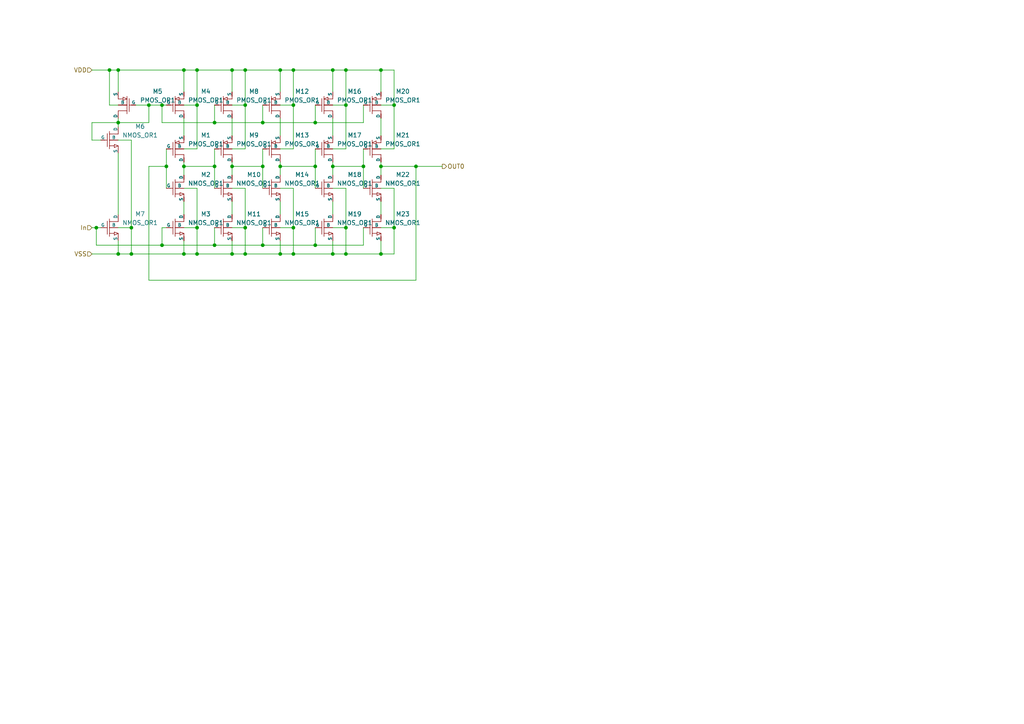
<source format=kicad_sch>
(kicad_sch (version 20230121) (generator eeschema)
  (paper "A4")
  (lib_symbols
    (symbol "OR1Symbols:NMOS_OR1" (pin_numbers hide) (pin_names (offset 0))
      (property "Reference" "M" (at 8.89 5.08 0))
      (property "Value" "NMOS_OR1" (at 8.89 2.54 0))
      (symbol "NMOS_OR1_0_1"
        (polyline (pts (xy 0 0) (xy 1.905 0)))
        (polyline (pts (xy 1.905 1.905) (xy 1.905 -1.905)))
        (polyline (pts (xy 2.54 -2.54) (xy 2.54 2.54)))
        (polyline (pts (xy 2.54 -1.651) (xy 3.937 -1.651)))
        (polyline (pts (xy 2.54 0) (xy 5.08 0)))
        (polyline (pts (xy 2.54 1.778) (xy 5.08 1.778)))
        (polyline (pts (xy 3.937 -2.159) (xy 3.937 -1.27)))
        (polyline (pts (xy 3.937 -1.27) (xy 5.08 -1.651)))
        (polyline (pts (xy 5.08 -1.651) (xy 3.937 -2.159)))
        (polyline (pts (xy 5.08 -1.651) (xy 5.08 -3.81)))
        (polyline (pts (xy 5.08 1.778) (xy 5.08 3.81)))
      )
      (symbol "NMOS_OR1_1_1"
        (pin passive line (at 5.08 3.81 270) (length 1.27) (name "D") (number "1"))
        (pin passive line (at 0 0 0) (length 1.27) (name "G") (number "2"))
        (pin passive line (at 5.08 -3.81 90) (length 1.27) (name "S") (number "3"))
        (pin passive line (at 5.08 0 180) (length 2.54) (name "B") (number "4"))
      )
    )
    (symbol "OR1Symbols:PMOS_OR1" (pin_numbers hide) (pin_names (offset 0))
      (property "Reference" "M" (at 8.89 5.08 0))
      (property "Value" "PMOS_OR1" (at 8.89 2.54 0))
      (symbol "PMOS_OR1_0_1"
        (polyline (pts (xy 0 0) (xy 1.905 0)))
        (polyline (pts (xy 1.905 1.905) (xy 1.905 -1.905)))
        (polyline (pts (xy 2.54 -2.54) (xy 2.54 2.54)))
        (polyline (pts (xy 2.54 -1.651) (xy 5.08 -1.651)))
        (polyline (pts (xy 2.54 0) (xy 5.08 0)))
        (polyline (pts (xy 2.54 1.778) (xy 3.683 2.286)))
        (polyline (pts (xy 3.683 1.397) (xy 2.54 1.778)))
        (polyline (pts (xy 3.683 1.397) (xy 3.683 2.286)))
        (polyline (pts (xy 3.683 1.778) (xy 5.08 1.778)))
        (polyline (pts (xy 5.08 -1.651) (xy 5.08 -3.81)))
        (polyline (pts (xy 5.08 1.778) (xy 5.08 3.81)))
      )
      (symbol "PMOS_OR1_1_1"
        (pin passive line (at 5.08 -3.81 90) (length 1.27) (name "D") (number "1"))
        (pin passive line (at 0 0 0) (length 1.27) (name "G") (number "2"))
        (pin passive line (at 5.08 3.81 270) (length 1.27) (name "S") (number "3"))
        (pin passive line (at 5.08 0 180) (length 2.54) (name "B") (number "4"))
      )
    )
  )
  (junction (at 81.28 20.32))
  (junction (at 100.33 66.04))
  (junction (at 110.49 20.32))
  (junction (at 67.31 48.26))
  (junction (at 71.12 20.32))
  (junction (at 46.99 30.48))
  (junction (at 91.44 48.26))
  (junction (at 31.75 20.32))
  (junction (at 91.44 35.56))
  (junction (at 110.49 73.66))
  (junction (at 34.29 20.32))
  (junction (at 76.2 71.12))
  (junction (at 100.33 20.32))
  (junction (at 62.23 48.26))
  (junction (at 105.41 48.26))
  (junction (at 71.12 66.04))
  (junction (at 57.15 20.32))
  (junction (at 76.2 48.26))
  (junction (at 71.12 73.66))
  (junction (at 48.26 48.26))
  (junction (at 100.33 30.48))
  (junction (at 57.15 30.48))
  (junction (at 67.31 20.32))
  (junction (at 38.1 73.66))
  (junction (at 85.09 20.32))
  (junction (at 81.28 48.26))
  (junction (at 34.29 35.56))
  (junction (at 91.44 71.12))
  (junction (at 27.94 66.04))
  (junction (at 81.28 73.66))
  (junction (at 57.15 73.66))
  (junction (at 62.23 71.12))
  (junction (at 46.99 71.12))
  (junction (at 53.34 20.32))
  (junction (at 43.18 30.48))
  (junction (at 110.49 48.26))
  (junction (at 53.34 48.26))
  (junction (at 57.15 66.04))
  (junction (at 85.09 30.48))
  (junction (at 85.09 66.04))
  (junction (at 120.65 48.26))
  (junction (at 96.52 73.66))
  (junction (at 76.2 35.56))
  (junction (at 62.23 35.56))
  (junction (at 38.1 66.04))
  (junction (at 96.52 48.26))
  (junction (at 71.12 30.48))
  (junction (at 67.31 73.66))
  (junction (at 100.33 73.66))
  (junction (at 114.3 66.04))
  (junction (at 53.34 73.66))
  (junction (at 114.3 30.48))
  (junction (at 96.52 20.32))
  (junction (at 85.09 73.66))
  (junction (at 34.29 73.66))
  (wire (pts (xy 76.2 35.56) (xy 76.2 30.48)))
  (wire (pts (xy 43.18 30.48) (xy 46.99 30.48)))
  (wire (pts (xy 91.44 48.26) (xy 91.44 54.61)))
  (wire (pts (xy 46.99 35.56) (xy 62.23 35.56)))
  (wire (pts (xy 57.15 43.18) (xy 57.15 30.48)))
  (wire (pts (xy 67.31 20.32) (xy 71.12 20.32)))
  (wire (pts (xy 100.33 43.18) (xy 100.33 30.48)))
  (wire (pts (xy 53.34 58.42) (xy 53.34 62.23)))
  (wire (pts (xy 76.2 48.26) (xy 76.2 54.61)))
  (wire (pts (xy 110.49 54.61) (xy 114.3 54.61)))
  (wire (pts (xy 34.29 66.04) (xy 38.1 66.04)))
  (wire (pts (xy 67.31 66.04) (xy 71.12 66.04)))
  (wire (pts (xy 114.3 43.18) (xy 114.3 30.48)))
  (wire (pts (xy 46.99 71.12) (xy 62.23 71.12)))
  (wire (pts (xy 34.29 69.85) (xy 34.29 73.66)))
  (wire (pts (xy 53.34 30.48) (xy 57.15 30.48)))
  (wire (pts (xy 67.31 54.61) (xy 71.12 54.61)))
  (wire (pts (xy 110.49 58.42) (xy 110.49 62.23)))
  (wire (pts (xy 53.34 69.85) (xy 53.34 73.66)))
  (wire (pts (xy 76.2 71.12) (xy 91.44 71.12)))
  (wire (pts (xy 71.12 66.04) (xy 71.12 73.66)))
  (wire (pts (xy 43.18 35.56) (xy 34.29 35.56)))
  (wire (pts (xy 67.31 43.18) (xy 71.12 43.18)))
  (wire (pts (xy 34.29 40.64) (xy 38.1 40.64)))
  (wire (pts (xy 114.3 73.66) (xy 110.49 73.66)))
  (wire (pts (xy 85.09 66.04) (xy 85.09 73.66)))
  (wire (pts (xy 85.09 54.61) (xy 85.09 66.04)))
  (wire (pts (xy 91.44 71.12) (xy 105.41 71.12)))
  (wire (pts (xy 62.23 71.12) (xy 62.23 66.04)))
  (wire (pts (xy 38.1 66.04) (xy 38.1 73.66)))
  (wire (pts (xy 100.33 20.32) (xy 110.49 20.32)))
  (wire (pts (xy 57.15 73.66) (xy 53.34 73.66)))
  (wire (pts (xy 110.49 48.26) (xy 110.49 50.8)))
  (wire (pts (xy 34.29 73.66) (xy 38.1 73.66)))
  (wire (pts (xy 105.41 71.12) (xy 105.41 66.04)))
  (wire (pts (xy 34.29 35.56) (xy 34.29 36.83)))
  (wire (pts (xy 31.75 20.32) (xy 31.75 30.48)))
  (wire (pts (xy 34.29 34.29) (xy 34.29 35.56)))
  (wire (pts (xy 96.52 34.29) (xy 96.52 39.37)))
  (wire (pts (xy 48.26 43.18) (xy 48.26 48.26)))
  (wire (pts (xy 71.12 20.32) (xy 81.28 20.32)))
  (wire (pts (xy 96.52 69.85) (xy 96.52 73.66)))
  (wire (pts (xy 57.15 73.66) (xy 67.31 73.66)))
  (wire (pts (xy 43.18 81.28) (xy 43.18 48.26)))
  (wire (pts (xy 34.29 20.32) (xy 53.34 20.32)))
  (wire (pts (xy 105.41 48.26) (xy 105.41 54.61)))
  (wire (pts (xy 53.34 48.26) (xy 53.34 50.8)))
  (wire (pts (xy 81.28 66.04) (xy 85.09 66.04)))
  (wire (pts (xy 43.18 30.48) (xy 43.18 35.56)))
  (wire (pts (xy 96.52 58.42) (xy 96.52 62.23)))
  (wire (pts (xy 110.49 34.29) (xy 110.49 39.37)))
  (wire (pts (xy 85.09 73.66) (xy 96.52 73.66)))
  (wire (pts (xy 96.52 66.04) (xy 100.33 66.04)))
  (wire (pts (xy 110.49 20.32) (xy 114.3 20.32)))
  (wire (pts (xy 96.52 46.99) (xy 96.52 48.26)))
  (wire (pts (xy 71.12 54.61) (xy 71.12 66.04)))
  (wire (pts (xy 26.67 35.56) (xy 34.29 35.56)))
  (wire (pts (xy 31.75 20.32) (xy 34.29 20.32)))
  (wire (pts (xy 62.23 48.26) (xy 62.23 54.61)))
  (wire (pts (xy 105.41 35.56) (xy 105.41 30.48)))
  (wire (pts (xy 53.34 20.32) (xy 53.34 26.67)))
  (wire (pts (xy 110.49 66.04) (xy 114.3 66.04)))
  (wire (pts (xy 81.28 20.32) (xy 81.28 26.67)))
  (wire (pts (xy 46.99 66.04) (xy 48.26 66.04)))
  (wire (pts (xy 100.33 30.48) (xy 100.33 20.32)))
  (wire (pts (xy 57.15 66.04) (xy 57.15 73.66)))
  (wire (pts (xy 57.15 54.61) (xy 57.15 66.04)))
  (wire (pts (xy 67.31 69.85) (xy 67.31 73.66)))
  (wire (pts (xy 85.09 73.66) (xy 81.28 73.66)))
  (wire (pts (xy 100.33 73.66) (xy 110.49 73.66)))
  (wire (pts (xy 62.23 35.56) (xy 76.2 35.56)))
  (wire (pts (xy 81.28 34.29) (xy 81.28 39.37)))
  (wire (pts (xy 100.33 73.66) (xy 96.52 73.66)))
  (wire (pts (xy 67.31 58.42) (xy 67.31 62.23)))
  (wire (pts (xy 120.65 48.26) (xy 120.65 81.28)))
  (wire (pts (xy 85.09 20.32) (xy 96.52 20.32)))
  (wire (pts (xy 67.31 48.26) (xy 76.2 48.26)))
  (wire (pts (xy 67.31 20.32) (xy 67.31 26.67)))
  (wire (pts (xy 76.2 71.12) (xy 76.2 66.04)))
  (wire (pts (xy 34.29 44.45) (xy 34.29 62.23)))
  (wire (pts (xy 91.44 35.56) (xy 91.44 30.48)))
  (wire (pts (xy 81.28 48.26) (xy 91.44 48.26)))
  (wire (pts (xy 96.52 20.32) (xy 96.52 26.67)))
  (wire (pts (xy 76.2 43.18) (xy 76.2 48.26)))
  (wire (pts (xy 81.28 48.26) (xy 81.28 50.8)))
  (wire (pts (xy 81.28 43.18) (xy 85.09 43.18)))
  (wire (pts (xy 46.99 30.48) (xy 48.26 30.48)))
  (wire (pts (xy 91.44 71.12) (xy 91.44 66.04)))
  (wire (pts (xy 57.15 30.48) (xy 57.15 20.32)))
  (wire (pts (xy 34.29 26.67) (xy 34.29 20.32)))
  (wire (pts (xy 110.49 43.18) (xy 114.3 43.18)))
  (wire (pts (xy 85.09 43.18) (xy 85.09 30.48)))
  (wire (pts (xy 39.37 30.48) (xy 43.18 30.48)))
  (wire (pts (xy 46.99 30.48) (xy 46.99 35.56)))
  (wire (pts (xy 26.67 20.32) (xy 31.75 20.32)))
  (wire (pts (xy 100.33 66.04) (xy 100.33 73.66)))
  (wire (pts (xy 38.1 40.64) (xy 38.1 66.04)))
  (wire (pts (xy 26.67 73.66) (xy 34.29 73.66)))
  (wire (pts (xy 27.94 71.12) (xy 46.99 71.12)))
  (wire (pts (xy 114.3 30.48) (xy 114.3 20.32)))
  (wire (pts (xy 96.52 48.26) (xy 96.52 50.8)))
  (wire (pts (xy 110.49 46.99) (xy 110.49 48.26)))
  (wire (pts (xy 53.34 48.26) (xy 62.23 48.26)))
  (wire (pts (xy 81.28 20.32) (xy 85.09 20.32)))
  (wire (pts (xy 62.23 43.18) (xy 62.23 48.26)))
  (wire (pts (xy 71.12 73.66) (xy 81.28 73.66)))
  (wire (pts (xy 26.67 40.64) (xy 26.67 35.56)))
  (wire (pts (xy 67.31 46.99) (xy 67.31 48.26)))
  (wire (pts (xy 114.3 66.04) (xy 114.3 73.66)))
  (wire (pts (xy 43.18 48.26) (xy 48.26 48.26)))
  (wire (pts (xy 91.44 43.18) (xy 91.44 48.26)))
  (wire (pts (xy 85.09 30.48) (xy 85.09 20.32)))
  (wire (pts (xy 62.23 71.12) (xy 76.2 71.12)))
  (wire (pts (xy 53.34 66.04) (xy 57.15 66.04)))
  (wire (pts (xy 96.52 43.18) (xy 100.33 43.18)))
  (wire (pts (xy 76.2 35.56) (xy 91.44 35.56)))
  (wire (pts (xy 110.49 20.32) (xy 110.49 26.67)))
  (wire (pts (xy 29.21 40.64) (xy 26.67 40.64)))
  (wire (pts (xy 53.34 43.18) (xy 57.15 43.18)))
  (wire (pts (xy 27.94 66.04) (xy 29.21 66.04)))
  (wire (pts (xy 96.52 30.48) (xy 100.33 30.48)))
  (wire (pts (xy 71.12 73.66) (xy 67.31 73.66)))
  (wire (pts (xy 53.34 54.61) (xy 57.15 54.61)))
  (wire (pts (xy 38.1 73.66) (xy 53.34 73.66)))
  (wire (pts (xy 67.31 34.29) (xy 67.31 39.37)))
  (wire (pts (xy 71.12 30.48) (xy 71.12 20.32)))
  (wire (pts (xy 110.49 69.85) (xy 110.49 73.66)))
  (wire (pts (xy 120.65 48.26) (xy 128.27 48.26)))
  (wire (pts (xy 48.26 48.26) (xy 48.26 54.61)))
  (wire (pts (xy 105.41 43.18) (xy 105.41 48.26)))
  (wire (pts (xy 81.28 46.99) (xy 81.28 48.26)))
  (wire (pts (xy 81.28 30.48) (xy 85.09 30.48)))
  (wire (pts (xy 53.34 20.32) (xy 57.15 20.32)))
  (wire (pts (xy 62.23 35.56) (xy 62.23 30.48)))
  (wire (pts (xy 110.49 30.48) (xy 114.3 30.48)))
  (wire (pts (xy 110.49 48.26) (xy 120.65 48.26)))
  (wire (pts (xy 27.94 66.04) (xy 27.94 71.12)))
  (wire (pts (xy 96.52 54.61) (xy 100.33 54.61)))
  (wire (pts (xy 96.52 48.26) (xy 105.41 48.26)))
  (wire (pts (xy 67.31 30.48) (xy 71.12 30.48)))
  (wire (pts (xy 91.44 35.56) (xy 105.41 35.56)))
  (wire (pts (xy 81.28 54.61) (xy 85.09 54.61)))
  (wire (pts (xy 46.99 66.04) (xy 46.99 71.12)))
  (wire (pts (xy 96.52 20.32) (xy 100.33 20.32)))
  (wire (pts (xy 114.3 54.61) (xy 114.3 66.04)))
  (wire (pts (xy 57.15 20.32) (xy 67.31 20.32)))
  (wire (pts (xy 81.28 58.42) (xy 81.28 62.23)))
  (wire (pts (xy 100.33 54.61) (xy 100.33 66.04)))
  (wire (pts (xy 53.34 46.99) (xy 53.34 48.26)))
  (wire (pts (xy 53.34 34.29) (xy 53.34 39.37)))
  (wire (pts (xy 31.75 30.48) (xy 34.29 30.48)))
  (wire (pts (xy 81.28 69.85) (xy 81.28 73.66)))
  (wire (pts (xy 71.12 43.18) (xy 71.12 30.48)))
  (wire (pts (xy 120.65 81.28) (xy 43.18 81.28)))
  (wire (pts (xy 26.67 66.04) (xy 27.94 66.04)))
  (wire (pts (xy 67.31 48.26) (xy 67.31 50.8)))
  (hierarchical_label "VDD" (shape input) (at 26.67 20.32 180))
  (hierarchical_label "OUT0" (shape output) (at 128.27 48.26 0))
  (hierarchical_label "In" (shape input) (at 26.67 66.04 180))
  (hierarchical_label "VSS" (shape input) (at 26.67 73.66 180))
  (symbol (lib_id "OR1Symbols:PMOS_OR1") (at 76.2 30.48 0) (unit 1)
    (property "Reference" "M12" (at 87.63 26.5177 0))
    (property "Value" "PMOS_OR1" (at 87.63 29.0577 0))
    (property "Sim.Pins" "1=1 2=2 3=3 4=4" (effects hide))
    (property "Sim.Device" "SPICE" (effects hide))
    (property "Sim.Params" "type=\"M\" model=\"PMOS_OR1 l=1u w=6u\" lib=\"\"" (effects hide))
  )
  (symbol (lib_id "OR1Symbols:NMOS_OR1") (at 105.41 66.04 0) (unit 1)
    (property "Reference" "M23" (at 116.84 62.0777 0))
    (property "Value" "NMOS_OR1" (at 116.84 64.6177 0))
    (property "Sim.Pins" "1=1 2=2 3=3 4=4" (effects hide))
    (property "Sim.Device" "SPICE" (effects hide))
    (property "Sim.Params" "type=\"M\" model=\"NMOS_OR1 l=1u w=2u\" lib=\"\"" (effects hide))
  )
  (symbol (lib_id "OR1Symbols:NMOS_OR1") (at 29.21 66.04 0) (unit 1)
    (property "Reference" "M7" (at 40.64 62.0777 0))
    (property "Value" "NMOS_OR1" (at 40.64 64.6177 0))
    (property "Sim.Pins" "1=1 2=2 3=3 4=4" (effects hide))
    (property "Sim.Device" "SPICE" (effects hide))
    (property "Sim.Params" "type=\"M\" model=\"NMOS_OR1 l=1u w=2u\" lib=\"\"" (effects hide))
  )
  (symbol (lib_id "OR1Symbols:NMOS_OR1") (at 76.2 54.61 0) (unit 1)
    (property "Reference" "M14" (at 87.63 50.6477 0))
    (property "Value" "NMOS_OR1" (at 87.63 53.1877 0))
    (property "Sim.Pins" "1=1 2=2 3=3 4=4" (effects hide))
    (property "Sim.Device" "SPICE" (effects hide))
    (property "Sim.Params" "type=\"M\" model=\"NMOS_OR1 l=1u w=2u\" lib=\"\"" (effects hide))
  )
  (symbol (lib_id "OR1Symbols:NMOS_OR1") (at 91.44 66.04 0) (unit 1)
    (property "Reference" "M19" (at 102.87 62.0777 0))
    (property "Value" "NMOS_OR1" (at 102.87 64.6177 0))
    (property "Sim.Pins" "1=1 2=2 3=3 4=4" (effects hide))
    (property "Sim.Device" "SPICE" (effects hide))
    (property "Sim.Params" "type=\"M\" model=\"NMOS_OR1 l=1u w=2u\" lib=\"\"" (effects hide))
  )
  (symbol (lib_id "OR1Symbols:PMOS_OR1") (at 91.44 30.48 0) (unit 1)
    (property "Reference" "M16" (at 102.87 26.5177 0))
    (property "Value" "PMOS_OR1" (at 102.87 29.0577 0))
    (property "Sim.Pins" "1=1 2=2 3=3 4=4" (effects hide))
    (property "Sim.Device" "SPICE" (effects hide))
    (property "Sim.Params" "type=\"M\" model=\"PMOS_OR1 l=1u w=6u\" lib=\"\"" (effects hide))
  )
  (symbol (lib_id "OR1Symbols:PMOS_OR1") (at 91.44 43.18 0) (unit 1)
    (property "Reference" "M17" (at 102.87 39.2177 0))
    (property "Value" "PMOS_OR1" (at 102.87 41.7577 0))
    (property "Sim.Pins" "1=1 2=2 3=3 4=4" (effects hide))
    (property "Sim.Device" "SPICE" (effects hide))
    (property "Sim.Params" "type=\"M\" model=\"PMOS_OR1 l=1u w=6u\" lib=\"\"" (effects hide))
  )
  (symbol (lib_id "OR1Symbols:PMOS_OR1") (at 39.37 30.48 0) (mirror y) (unit 1)
    (property "Reference" "M5" (at 45.72 26.5177 0))
    (property "Value" "PMOS_OR1" (at 45.72 29.0577 0))
    (property "Sim.Pins" "1=1 2=2 3=3 4=4" (effects hide))
    (property "Sim.Device" "SPICE" (effects hide))
    (property "Sim.Params" "type=\"M\" model=\"PMOS_OR1 l=1u w=6u\" lib=\"\"" (effects hide))
  )
  (symbol (lib_id "OR1Symbols:NMOS_OR1") (at 91.44 54.61 0) (unit 1)
    (property "Reference" "M18" (at 102.87 50.6477 0))
    (property "Value" "NMOS_OR1" (at 102.87 53.1877 0))
    (property "Sim.Pins" "1=1 2=2 3=3 4=4" (effects hide))
    (property "Sim.Device" "SPICE" (effects hide))
    (property "Sim.Params" "type=\"M\" model=\"NMOS_OR1 l=1u w=2u\" lib=\"\"" (effects hide))
  )
  (symbol (lib_id "OR1Symbols:NMOS_OR1") (at 62.23 54.61 0) (unit 1)
    (property "Reference" "M10" (at 73.66 50.6477 0))
    (property "Value" "NMOS_OR1" (at 73.66 53.1877 0))
    (property "Sim.Pins" "1=1 2=2 3=3 4=4" (effects hide))
    (property "Sim.Device" "SPICE" (effects hide))
    (property "Sim.Params" "type=\"M\" model=\"NMOS_OR1 l=1u w=2u\" lib=\"\"" (effects hide))
  )
  (symbol (lib_id "OR1Symbols:NMOS_OR1") (at 62.23 66.04 0) (unit 1)
    (property "Reference" "M11" (at 73.66 62.0777 0))
    (property "Value" "NMOS_OR1" (at 73.66 64.6177 0))
    (property "Sim.Pins" "1=1 2=2 3=3 4=4" (effects hide))
    (property "Sim.Device" "SPICE" (effects hide))
    (property "Sim.Params" "type=\"M\" model=\"NMOS_OR1 l=1u w=2u\" lib=\"\"" (effects hide))
  )
  (symbol (lib_id "OR1Symbols:PMOS_OR1") (at 48.26 43.18 0) (unit 1)
    (property "Reference" "M1" (at 59.69 39.2177 0))
    (property "Value" "PMOS_OR1" (at 59.69 41.7577 0))
    (property "Sim.Pins" "1=1 2=2 3=3 4=4" (effects hide))
    (property "Sim.Device" "SPICE" (effects hide))
    (property "Sim.Params" "type=\"M\" model=\"PMOS_OR1 l=1u w=6u\" lib=\"\"" (effects hide))
  )
  (symbol (lib_id "OR1Symbols:NMOS_OR1") (at 48.26 54.61 0) (unit 1)
    (property "Reference" "M2" (at 59.69 50.6477 0))
    (property "Value" "NMOS_OR1" (at 59.69 53.1877 0))
    (property "Sim.Pins" "1=1 2=2 3=3 4=4" (effects hide))
    (property "Sim.Device" "SPICE" (effects hide))
    (property "Sim.Params" "type=\"M\" model=\"NMOS_OR1 l=1u w=2u\" lib=\"\"" (effects hide))
  )
  (symbol (lib_id "OR1Symbols:NMOS_OR1") (at 76.2 66.04 0) (unit 1)
    (property "Reference" "M15" (at 87.63 62.0777 0))
    (property "Value" "NMOS_OR1" (at 87.63 64.6177 0))
    (property "Sim.Pins" "1=1 2=2 3=3 4=4" (effects hide))
    (property "Sim.Device" "SPICE" (effects hide))
    (property "Sim.Params" "type=\"M\" model=\"NMOS_OR1 l=1u w=2u\" lib=\"\"" (effects hide))
  )
  (symbol (lib_id "OR1Symbols:PMOS_OR1") (at 62.23 43.18 0) (unit 1)
    (property "Reference" "M9" (at 73.66 39.2177 0))
    (property "Value" "PMOS_OR1" (at 73.66 41.7577 0))
    (property "Sim.Pins" "1=1 2=2 3=3 4=4" (effects hide))
    (property "Sim.Device" "SPICE" (effects hide))
    (property "Sim.Params" "type=\"M\" model=\"PMOS_OR1 l=1u w=6u\" lib=\"\"" (effects hide))
  )
  (symbol (lib_id "OR1Symbols:NMOS_OR1") (at 105.41 54.61 0) (unit 1)
    (property "Reference" "M22" (at 116.84 50.6477 0))
    (property "Value" "NMOS_OR1" (at 116.84 53.1877 0))
    (property "Sim.Pins" "1=1 2=2 3=3 4=4" (effects hide))
    (property "Sim.Device" "SPICE" (effects hide))
    (property "Sim.Params" "type=\"M\" model=\"NMOS_OR1 l=1u w=2u\" lib=\"\"" (effects hide))
  )
  (symbol (lib_id "OR1Symbols:PMOS_OR1") (at 62.23 30.48 0) (unit 1)
    (property "Reference" "M8" (at 73.66 26.5177 0))
    (property "Value" "PMOS_OR1" (at 73.66 29.0577 0))
    (property "Sim.Pins" "1=1 2=2 3=3 4=4" (effects hide))
    (property "Sim.Device" "SPICE" (effects hide))
    (property "Sim.Params" "type=\"M\" model=\"PMOS_OR1 l=1u w=6u\" lib=\"\"" (effects hide))
  )
  (symbol (lib_id "OR1Symbols:NMOS_OR1") (at 48.26 66.04 0) (unit 1)
    (property "Reference" "M3" (at 59.69 62.0777 0))
    (property "Value" "NMOS_OR1" (at 59.69 64.6177 0))
    (property "Sim.Pins" "1=1 2=2 3=3 4=4" (effects hide))
    (property "Sim.Device" "SPICE" (effects hide))
    (property "Sim.Params" "type=\"M\" model=\"NMOS_OR1 l=1u w=2u\" lib=\"\"" (effects hide))
  )
  (symbol (lib_id "OR1Symbols:PMOS_OR1") (at 76.2 43.18 0) (unit 1)
    (property "Reference" "M13" (at 87.63 39.2177 0))
    (property "Value" "PMOS_OR1" (at 87.63 41.7577 0))
    (property "Sim.Pins" "1=1 2=2 3=3 4=4" (effects hide))
    (property "Sim.Device" "SPICE" (effects hide))
    (property "Sim.Params" "type=\"M\" model=\"PMOS_OR1 l=1u w=6u\" lib=\"\"" (effects hide))
  )
  (symbol (lib_id "OR1Symbols:PMOS_OR1") (at 48.26 30.48 0) (unit 1)
    (property "Reference" "M4" (at 59.69 26.5177 0))
    (property "Value" "PMOS_OR1" (at 59.69 29.0577 0))
    (property "Sim.Pins" "1=1 2=2 3=3 4=4" (effects hide))
    (property "Sim.Device" "SPICE" (effects hide))
    (property "Sim.Params" "type=\"M\" model=\"PMOS_OR1 l=1u w=6u\" lib=\"\"" (effects hide))
  )
  (symbol (lib_id "OR1Symbols:PMOS_OR1") (at 105.41 30.48 0) (unit 1)
    (property "Reference" "M20" (at 116.84 26.5177 0))
    (property "Value" "PMOS_OR1" (at 116.84 29.0577 0))
    (property "Sim.Pins" "1=1 2=2 3=3 4=4" (effects hide))
    (property "Sim.Device" "SPICE" (effects hide))
    (property "Sim.Params" "type=\"M\" model=\"PMOS_OR1 l=1u w=6u\" lib=\"\"" (effects hide))
  )
  (symbol (lib_id "OR1Symbols:PMOS_OR1") (at 105.41 43.18 0) (unit 1)
    (property "Reference" "M21" (at 116.84 39.2177 0))
    (property "Value" "PMOS_OR1" (at 116.84 41.7577 0))
    (property "Sim.Pins" "1=1 2=2 3=3 4=4" (effects hide))
    (property "Sim.Device" "SPICE" (effects hide))
    (property "Sim.Params" "type=\"M\" model=\"PMOS_OR1 l=1u w=6u\" lib=\"\"" (effects hide))
  )
  (symbol (lib_id "OR1Symbols:NMOS_OR1") (at 29.21 40.64 0) (unit 1)
    (property "Reference" "M6" (at 40.64 36.6777 0))
    (property "Value" "NMOS_OR1" (at 40.64 39.2177 0))
    (property "Sim.Pins" "1=1 2=2 3=3 4=4" (effects hide))
    (property "Sim.Device" "SPICE" (effects hide))
    (property "Sim.Params" "type=\"M\" model=\"NMOS_OR1 l=1u w=2u\" lib=\"\"" (effects hide))
  )
)
</source>
